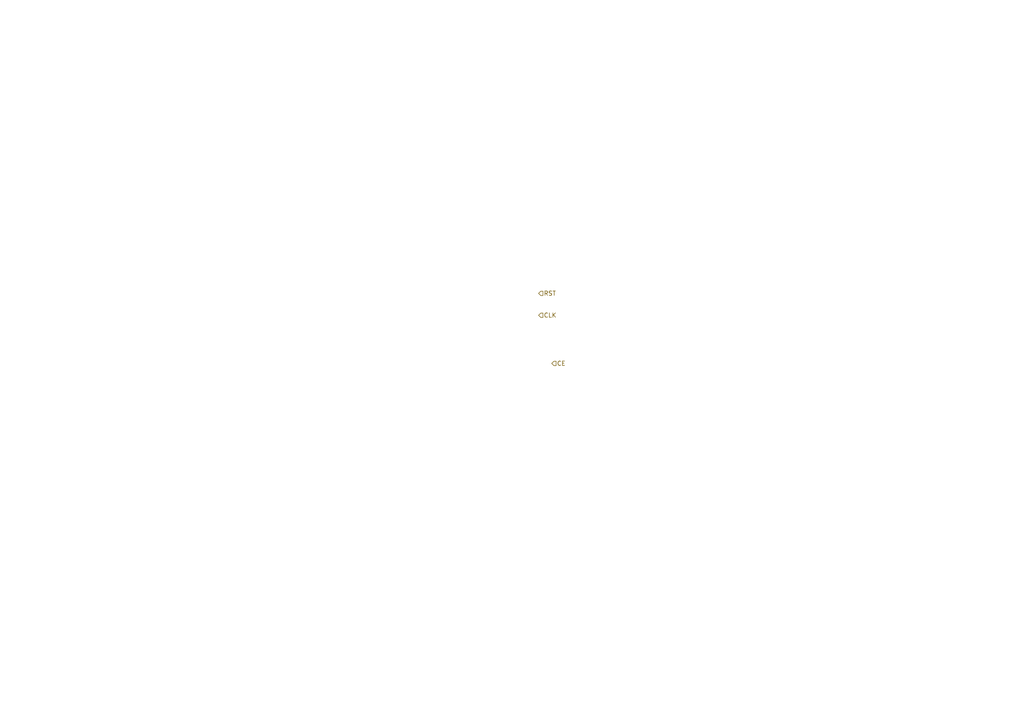
<source format=kicad_sch>
(kicad_sch (version 20230121) (generator eeschema)
  (paper "A4")
  (lib_symbols)
  (hierarchical_label "CLK" (shape input) (at 156.21 91.44 0))
  (hierarchical_label "RST" (shape input) (at 156.21 85.09 0))
  (hierarchical_label "CE" (shape input) (at 160.02 105.41 0))
)
</source>
